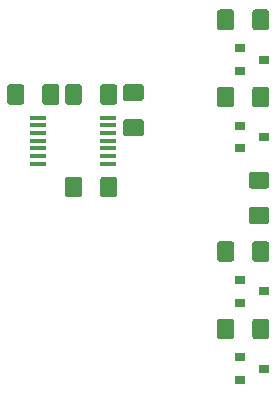
<source format=gbr>
G04 #@! TF.GenerationSoftware,KiCad,Pcbnew,5.1.4*
G04 #@! TF.CreationDate,2019-08-25T18:27:55-04:00*
G04 #@! TF.ProjectId,oven,6f76656e-2e6b-4696-9361-645f70636258,v02*
G04 #@! TF.SameCoordinates,Original*
G04 #@! TF.FileFunction,Paste,Top*
G04 #@! TF.FilePolarity,Positive*
%FSLAX46Y46*%
G04 Gerber Fmt 4.6, Leading zero omitted, Abs format (unit mm)*
G04 Created by KiCad (PCBNEW 5.1.4) date 2019-08-25 18:27:55*
%MOMM*%
%LPD*%
G04 APERTURE LIST*
%ADD10C,0.100000*%
%ADD11C,1.425000*%
%ADD12R,0.900000X0.800000*%
%ADD13R,1.450000X0.450000*%
G04 APERTURE END LIST*
D10*
G36*
X110869504Y-77696204D02*
G01*
X110893773Y-77699804D01*
X110917571Y-77705765D01*
X110940671Y-77714030D01*
X110962849Y-77724520D01*
X110983893Y-77737133D01*
X111003598Y-77751747D01*
X111021777Y-77768223D01*
X111038253Y-77786402D01*
X111052867Y-77806107D01*
X111065480Y-77827151D01*
X111075970Y-77849329D01*
X111084235Y-77872429D01*
X111090196Y-77896227D01*
X111093796Y-77920496D01*
X111095000Y-77945000D01*
X111095000Y-79195000D01*
X111093796Y-79219504D01*
X111090196Y-79243773D01*
X111084235Y-79267571D01*
X111075970Y-79290671D01*
X111065480Y-79312849D01*
X111052867Y-79333893D01*
X111038253Y-79353598D01*
X111021777Y-79371777D01*
X111003598Y-79388253D01*
X110983893Y-79402867D01*
X110962849Y-79415480D01*
X110940671Y-79425970D01*
X110917571Y-79434235D01*
X110893773Y-79440196D01*
X110869504Y-79443796D01*
X110845000Y-79445000D01*
X109920000Y-79445000D01*
X109895496Y-79443796D01*
X109871227Y-79440196D01*
X109847429Y-79434235D01*
X109824329Y-79425970D01*
X109802151Y-79415480D01*
X109781107Y-79402867D01*
X109761402Y-79388253D01*
X109743223Y-79371777D01*
X109726747Y-79353598D01*
X109712133Y-79333893D01*
X109699520Y-79312849D01*
X109689030Y-79290671D01*
X109680765Y-79267571D01*
X109674804Y-79243773D01*
X109671204Y-79219504D01*
X109670000Y-79195000D01*
X109670000Y-77945000D01*
X109671204Y-77920496D01*
X109674804Y-77896227D01*
X109680765Y-77872429D01*
X109689030Y-77849329D01*
X109699520Y-77827151D01*
X109712133Y-77806107D01*
X109726747Y-77786402D01*
X109743223Y-77768223D01*
X109761402Y-77751747D01*
X109781107Y-77737133D01*
X109802151Y-77724520D01*
X109824329Y-77714030D01*
X109847429Y-77705765D01*
X109871227Y-77699804D01*
X109895496Y-77696204D01*
X109920000Y-77695000D01*
X110845000Y-77695000D01*
X110869504Y-77696204D01*
X110869504Y-77696204D01*
G37*
D11*
X110382500Y-78570000D03*
D10*
G36*
X113844504Y-77696204D02*
G01*
X113868773Y-77699804D01*
X113892571Y-77705765D01*
X113915671Y-77714030D01*
X113937849Y-77724520D01*
X113958893Y-77737133D01*
X113978598Y-77751747D01*
X113996777Y-77768223D01*
X114013253Y-77786402D01*
X114027867Y-77806107D01*
X114040480Y-77827151D01*
X114050970Y-77849329D01*
X114059235Y-77872429D01*
X114065196Y-77896227D01*
X114068796Y-77920496D01*
X114070000Y-77945000D01*
X114070000Y-79195000D01*
X114068796Y-79219504D01*
X114065196Y-79243773D01*
X114059235Y-79267571D01*
X114050970Y-79290671D01*
X114040480Y-79312849D01*
X114027867Y-79333893D01*
X114013253Y-79353598D01*
X113996777Y-79371777D01*
X113978598Y-79388253D01*
X113958893Y-79402867D01*
X113937849Y-79415480D01*
X113915671Y-79425970D01*
X113892571Y-79434235D01*
X113868773Y-79440196D01*
X113844504Y-79443796D01*
X113820000Y-79445000D01*
X112895000Y-79445000D01*
X112870496Y-79443796D01*
X112846227Y-79440196D01*
X112822429Y-79434235D01*
X112799329Y-79425970D01*
X112777151Y-79415480D01*
X112756107Y-79402867D01*
X112736402Y-79388253D01*
X112718223Y-79371777D01*
X112701747Y-79353598D01*
X112687133Y-79333893D01*
X112674520Y-79312849D01*
X112664030Y-79290671D01*
X112655765Y-79267571D01*
X112649804Y-79243773D01*
X112646204Y-79219504D01*
X112645000Y-79195000D01*
X112645000Y-77945000D01*
X112646204Y-77920496D01*
X112649804Y-77896227D01*
X112655765Y-77872429D01*
X112664030Y-77849329D01*
X112674520Y-77827151D01*
X112687133Y-77806107D01*
X112701747Y-77786402D01*
X112718223Y-77768223D01*
X112736402Y-77751747D01*
X112756107Y-77737133D01*
X112777151Y-77724520D01*
X112799329Y-77714030D01*
X112822429Y-77705765D01*
X112846227Y-77699804D01*
X112870496Y-77696204D01*
X112895000Y-77695000D01*
X113820000Y-77695000D01*
X113844504Y-77696204D01*
X113844504Y-77696204D01*
G37*
D11*
X113357500Y-78570000D03*
D10*
G36*
X126729504Y-85121204D02*
G01*
X126753773Y-85124804D01*
X126777571Y-85130765D01*
X126800671Y-85139030D01*
X126822849Y-85149520D01*
X126843893Y-85162133D01*
X126863598Y-85176747D01*
X126881777Y-85193223D01*
X126898253Y-85211402D01*
X126912867Y-85231107D01*
X126925480Y-85252151D01*
X126935970Y-85274329D01*
X126944235Y-85297429D01*
X126950196Y-85321227D01*
X126953796Y-85345496D01*
X126955000Y-85370000D01*
X126955000Y-86295000D01*
X126953796Y-86319504D01*
X126950196Y-86343773D01*
X126944235Y-86367571D01*
X126935970Y-86390671D01*
X126925480Y-86412849D01*
X126912867Y-86433893D01*
X126898253Y-86453598D01*
X126881777Y-86471777D01*
X126863598Y-86488253D01*
X126843893Y-86502867D01*
X126822849Y-86515480D01*
X126800671Y-86525970D01*
X126777571Y-86534235D01*
X126753773Y-86540196D01*
X126729504Y-86543796D01*
X126705000Y-86545000D01*
X125455000Y-86545000D01*
X125430496Y-86543796D01*
X125406227Y-86540196D01*
X125382429Y-86534235D01*
X125359329Y-86525970D01*
X125337151Y-86515480D01*
X125316107Y-86502867D01*
X125296402Y-86488253D01*
X125278223Y-86471777D01*
X125261747Y-86453598D01*
X125247133Y-86433893D01*
X125234520Y-86412849D01*
X125224030Y-86390671D01*
X125215765Y-86367571D01*
X125209804Y-86343773D01*
X125206204Y-86319504D01*
X125205000Y-86295000D01*
X125205000Y-85370000D01*
X125206204Y-85345496D01*
X125209804Y-85321227D01*
X125215765Y-85297429D01*
X125224030Y-85274329D01*
X125234520Y-85252151D01*
X125247133Y-85231107D01*
X125261747Y-85211402D01*
X125278223Y-85193223D01*
X125296402Y-85176747D01*
X125316107Y-85162133D01*
X125337151Y-85149520D01*
X125359329Y-85139030D01*
X125382429Y-85130765D01*
X125406227Y-85124804D01*
X125430496Y-85121204D01*
X125455000Y-85120000D01*
X126705000Y-85120000D01*
X126729504Y-85121204D01*
X126729504Y-85121204D01*
G37*
D11*
X126080000Y-85832500D03*
D10*
G36*
X126729504Y-88096204D02*
G01*
X126753773Y-88099804D01*
X126777571Y-88105765D01*
X126800671Y-88114030D01*
X126822849Y-88124520D01*
X126843893Y-88137133D01*
X126863598Y-88151747D01*
X126881777Y-88168223D01*
X126898253Y-88186402D01*
X126912867Y-88206107D01*
X126925480Y-88227151D01*
X126935970Y-88249329D01*
X126944235Y-88272429D01*
X126950196Y-88296227D01*
X126953796Y-88320496D01*
X126955000Y-88345000D01*
X126955000Y-89270000D01*
X126953796Y-89294504D01*
X126950196Y-89318773D01*
X126944235Y-89342571D01*
X126935970Y-89365671D01*
X126925480Y-89387849D01*
X126912867Y-89408893D01*
X126898253Y-89428598D01*
X126881777Y-89446777D01*
X126863598Y-89463253D01*
X126843893Y-89477867D01*
X126822849Y-89490480D01*
X126800671Y-89500970D01*
X126777571Y-89509235D01*
X126753773Y-89515196D01*
X126729504Y-89518796D01*
X126705000Y-89520000D01*
X125455000Y-89520000D01*
X125430496Y-89518796D01*
X125406227Y-89515196D01*
X125382429Y-89509235D01*
X125359329Y-89500970D01*
X125337151Y-89490480D01*
X125316107Y-89477867D01*
X125296402Y-89463253D01*
X125278223Y-89446777D01*
X125261747Y-89428598D01*
X125247133Y-89408893D01*
X125234520Y-89387849D01*
X125224030Y-89365671D01*
X125215765Y-89342571D01*
X125209804Y-89318773D01*
X125206204Y-89294504D01*
X125205000Y-89270000D01*
X125205000Y-88345000D01*
X125206204Y-88320496D01*
X125209804Y-88296227D01*
X125215765Y-88272429D01*
X125224030Y-88249329D01*
X125234520Y-88227151D01*
X125247133Y-88206107D01*
X125261747Y-88186402D01*
X125278223Y-88168223D01*
X125296402Y-88151747D01*
X125316107Y-88137133D01*
X125337151Y-88124520D01*
X125359329Y-88114030D01*
X125382429Y-88105765D01*
X125406227Y-88099804D01*
X125430496Y-88096204D01*
X125455000Y-88095000D01*
X126705000Y-88095000D01*
X126729504Y-88096204D01*
X126729504Y-88096204D01*
G37*
D11*
X126080000Y-88807500D03*
D10*
G36*
X110879504Y-85536204D02*
G01*
X110903773Y-85539804D01*
X110927571Y-85545765D01*
X110950671Y-85554030D01*
X110972849Y-85564520D01*
X110993893Y-85577133D01*
X111013598Y-85591747D01*
X111031777Y-85608223D01*
X111048253Y-85626402D01*
X111062867Y-85646107D01*
X111075480Y-85667151D01*
X111085970Y-85689329D01*
X111094235Y-85712429D01*
X111100196Y-85736227D01*
X111103796Y-85760496D01*
X111105000Y-85785000D01*
X111105000Y-87035000D01*
X111103796Y-87059504D01*
X111100196Y-87083773D01*
X111094235Y-87107571D01*
X111085970Y-87130671D01*
X111075480Y-87152849D01*
X111062867Y-87173893D01*
X111048253Y-87193598D01*
X111031777Y-87211777D01*
X111013598Y-87228253D01*
X110993893Y-87242867D01*
X110972849Y-87255480D01*
X110950671Y-87265970D01*
X110927571Y-87274235D01*
X110903773Y-87280196D01*
X110879504Y-87283796D01*
X110855000Y-87285000D01*
X109930000Y-87285000D01*
X109905496Y-87283796D01*
X109881227Y-87280196D01*
X109857429Y-87274235D01*
X109834329Y-87265970D01*
X109812151Y-87255480D01*
X109791107Y-87242867D01*
X109771402Y-87228253D01*
X109753223Y-87211777D01*
X109736747Y-87193598D01*
X109722133Y-87173893D01*
X109709520Y-87152849D01*
X109699030Y-87130671D01*
X109690765Y-87107571D01*
X109684804Y-87083773D01*
X109681204Y-87059504D01*
X109680000Y-87035000D01*
X109680000Y-85785000D01*
X109681204Y-85760496D01*
X109684804Y-85736227D01*
X109690765Y-85712429D01*
X109699030Y-85689329D01*
X109709520Y-85667151D01*
X109722133Y-85646107D01*
X109736747Y-85626402D01*
X109753223Y-85608223D01*
X109771402Y-85591747D01*
X109791107Y-85577133D01*
X109812151Y-85564520D01*
X109834329Y-85554030D01*
X109857429Y-85545765D01*
X109881227Y-85539804D01*
X109905496Y-85536204D01*
X109930000Y-85535000D01*
X110855000Y-85535000D01*
X110879504Y-85536204D01*
X110879504Y-85536204D01*
G37*
D11*
X110392500Y-86410000D03*
D10*
G36*
X113854504Y-85536204D02*
G01*
X113878773Y-85539804D01*
X113902571Y-85545765D01*
X113925671Y-85554030D01*
X113947849Y-85564520D01*
X113968893Y-85577133D01*
X113988598Y-85591747D01*
X114006777Y-85608223D01*
X114023253Y-85626402D01*
X114037867Y-85646107D01*
X114050480Y-85667151D01*
X114060970Y-85689329D01*
X114069235Y-85712429D01*
X114075196Y-85736227D01*
X114078796Y-85760496D01*
X114080000Y-85785000D01*
X114080000Y-87035000D01*
X114078796Y-87059504D01*
X114075196Y-87083773D01*
X114069235Y-87107571D01*
X114060970Y-87130671D01*
X114050480Y-87152849D01*
X114037867Y-87173893D01*
X114023253Y-87193598D01*
X114006777Y-87211777D01*
X113988598Y-87228253D01*
X113968893Y-87242867D01*
X113947849Y-87255480D01*
X113925671Y-87265970D01*
X113902571Y-87274235D01*
X113878773Y-87280196D01*
X113854504Y-87283796D01*
X113830000Y-87285000D01*
X112905000Y-87285000D01*
X112880496Y-87283796D01*
X112856227Y-87280196D01*
X112832429Y-87274235D01*
X112809329Y-87265970D01*
X112787151Y-87255480D01*
X112766107Y-87242867D01*
X112746402Y-87228253D01*
X112728223Y-87211777D01*
X112711747Y-87193598D01*
X112697133Y-87173893D01*
X112684520Y-87152849D01*
X112674030Y-87130671D01*
X112665765Y-87107571D01*
X112659804Y-87083773D01*
X112656204Y-87059504D01*
X112655000Y-87035000D01*
X112655000Y-85785000D01*
X112656204Y-85760496D01*
X112659804Y-85736227D01*
X112665765Y-85712429D01*
X112674030Y-85689329D01*
X112684520Y-85667151D01*
X112697133Y-85646107D01*
X112711747Y-85626402D01*
X112728223Y-85608223D01*
X112746402Y-85591747D01*
X112766107Y-85577133D01*
X112787151Y-85564520D01*
X112809329Y-85554030D01*
X112832429Y-85545765D01*
X112856227Y-85539804D01*
X112880496Y-85536204D01*
X112905000Y-85535000D01*
X113830000Y-85535000D01*
X113854504Y-85536204D01*
X113854504Y-85536204D01*
G37*
D11*
X113367500Y-86410000D03*
D10*
G36*
X116109504Y-77701204D02*
G01*
X116133773Y-77704804D01*
X116157571Y-77710765D01*
X116180671Y-77719030D01*
X116202849Y-77729520D01*
X116223893Y-77742133D01*
X116243598Y-77756747D01*
X116261777Y-77773223D01*
X116278253Y-77791402D01*
X116292867Y-77811107D01*
X116305480Y-77832151D01*
X116315970Y-77854329D01*
X116324235Y-77877429D01*
X116330196Y-77901227D01*
X116333796Y-77925496D01*
X116335000Y-77950000D01*
X116335000Y-78875000D01*
X116333796Y-78899504D01*
X116330196Y-78923773D01*
X116324235Y-78947571D01*
X116315970Y-78970671D01*
X116305480Y-78992849D01*
X116292867Y-79013893D01*
X116278253Y-79033598D01*
X116261777Y-79051777D01*
X116243598Y-79068253D01*
X116223893Y-79082867D01*
X116202849Y-79095480D01*
X116180671Y-79105970D01*
X116157571Y-79114235D01*
X116133773Y-79120196D01*
X116109504Y-79123796D01*
X116085000Y-79125000D01*
X114835000Y-79125000D01*
X114810496Y-79123796D01*
X114786227Y-79120196D01*
X114762429Y-79114235D01*
X114739329Y-79105970D01*
X114717151Y-79095480D01*
X114696107Y-79082867D01*
X114676402Y-79068253D01*
X114658223Y-79051777D01*
X114641747Y-79033598D01*
X114627133Y-79013893D01*
X114614520Y-78992849D01*
X114604030Y-78970671D01*
X114595765Y-78947571D01*
X114589804Y-78923773D01*
X114586204Y-78899504D01*
X114585000Y-78875000D01*
X114585000Y-77950000D01*
X114586204Y-77925496D01*
X114589804Y-77901227D01*
X114595765Y-77877429D01*
X114604030Y-77854329D01*
X114614520Y-77832151D01*
X114627133Y-77811107D01*
X114641747Y-77791402D01*
X114658223Y-77773223D01*
X114676402Y-77756747D01*
X114696107Y-77742133D01*
X114717151Y-77729520D01*
X114739329Y-77719030D01*
X114762429Y-77710765D01*
X114786227Y-77704804D01*
X114810496Y-77701204D01*
X114835000Y-77700000D01*
X116085000Y-77700000D01*
X116109504Y-77701204D01*
X116109504Y-77701204D01*
G37*
D11*
X115460000Y-78412500D03*
D10*
G36*
X116109504Y-80676204D02*
G01*
X116133773Y-80679804D01*
X116157571Y-80685765D01*
X116180671Y-80694030D01*
X116202849Y-80704520D01*
X116223893Y-80717133D01*
X116243598Y-80731747D01*
X116261777Y-80748223D01*
X116278253Y-80766402D01*
X116292867Y-80786107D01*
X116305480Y-80807151D01*
X116315970Y-80829329D01*
X116324235Y-80852429D01*
X116330196Y-80876227D01*
X116333796Y-80900496D01*
X116335000Y-80925000D01*
X116335000Y-81850000D01*
X116333796Y-81874504D01*
X116330196Y-81898773D01*
X116324235Y-81922571D01*
X116315970Y-81945671D01*
X116305480Y-81967849D01*
X116292867Y-81988893D01*
X116278253Y-82008598D01*
X116261777Y-82026777D01*
X116243598Y-82043253D01*
X116223893Y-82057867D01*
X116202849Y-82070480D01*
X116180671Y-82080970D01*
X116157571Y-82089235D01*
X116133773Y-82095196D01*
X116109504Y-82098796D01*
X116085000Y-82100000D01*
X114835000Y-82100000D01*
X114810496Y-82098796D01*
X114786227Y-82095196D01*
X114762429Y-82089235D01*
X114739329Y-82080970D01*
X114717151Y-82070480D01*
X114696107Y-82057867D01*
X114676402Y-82043253D01*
X114658223Y-82026777D01*
X114641747Y-82008598D01*
X114627133Y-81988893D01*
X114614520Y-81967849D01*
X114604030Y-81945671D01*
X114595765Y-81922571D01*
X114589804Y-81898773D01*
X114586204Y-81874504D01*
X114585000Y-81850000D01*
X114585000Y-80925000D01*
X114586204Y-80900496D01*
X114589804Y-80876227D01*
X114595765Y-80852429D01*
X114604030Y-80829329D01*
X114614520Y-80807151D01*
X114627133Y-80786107D01*
X114641747Y-80766402D01*
X114658223Y-80748223D01*
X114676402Y-80731747D01*
X114696107Y-80717133D01*
X114717151Y-80704520D01*
X114739329Y-80694030D01*
X114762429Y-80685765D01*
X114786227Y-80679804D01*
X114810496Y-80676204D01*
X114835000Y-80675000D01*
X116085000Y-80675000D01*
X116109504Y-80676204D01*
X116109504Y-80676204D01*
G37*
D11*
X115460000Y-81387500D03*
D10*
G36*
X108944504Y-77696204D02*
G01*
X108968773Y-77699804D01*
X108992571Y-77705765D01*
X109015671Y-77714030D01*
X109037849Y-77724520D01*
X109058893Y-77737133D01*
X109078598Y-77751747D01*
X109096777Y-77768223D01*
X109113253Y-77786402D01*
X109127867Y-77806107D01*
X109140480Y-77827151D01*
X109150970Y-77849329D01*
X109159235Y-77872429D01*
X109165196Y-77896227D01*
X109168796Y-77920496D01*
X109170000Y-77945000D01*
X109170000Y-79195000D01*
X109168796Y-79219504D01*
X109165196Y-79243773D01*
X109159235Y-79267571D01*
X109150970Y-79290671D01*
X109140480Y-79312849D01*
X109127867Y-79333893D01*
X109113253Y-79353598D01*
X109096777Y-79371777D01*
X109078598Y-79388253D01*
X109058893Y-79402867D01*
X109037849Y-79415480D01*
X109015671Y-79425970D01*
X108992571Y-79434235D01*
X108968773Y-79440196D01*
X108944504Y-79443796D01*
X108920000Y-79445000D01*
X107995000Y-79445000D01*
X107970496Y-79443796D01*
X107946227Y-79440196D01*
X107922429Y-79434235D01*
X107899329Y-79425970D01*
X107877151Y-79415480D01*
X107856107Y-79402867D01*
X107836402Y-79388253D01*
X107818223Y-79371777D01*
X107801747Y-79353598D01*
X107787133Y-79333893D01*
X107774520Y-79312849D01*
X107764030Y-79290671D01*
X107755765Y-79267571D01*
X107749804Y-79243773D01*
X107746204Y-79219504D01*
X107745000Y-79195000D01*
X107745000Y-77945000D01*
X107746204Y-77920496D01*
X107749804Y-77896227D01*
X107755765Y-77872429D01*
X107764030Y-77849329D01*
X107774520Y-77827151D01*
X107787133Y-77806107D01*
X107801747Y-77786402D01*
X107818223Y-77768223D01*
X107836402Y-77751747D01*
X107856107Y-77737133D01*
X107877151Y-77724520D01*
X107899329Y-77714030D01*
X107922429Y-77705765D01*
X107946227Y-77699804D01*
X107970496Y-77696204D01*
X107995000Y-77695000D01*
X108920000Y-77695000D01*
X108944504Y-77696204D01*
X108944504Y-77696204D01*
G37*
D11*
X108457500Y-78570000D03*
D10*
G36*
X105969504Y-77696204D02*
G01*
X105993773Y-77699804D01*
X106017571Y-77705765D01*
X106040671Y-77714030D01*
X106062849Y-77724520D01*
X106083893Y-77737133D01*
X106103598Y-77751747D01*
X106121777Y-77768223D01*
X106138253Y-77786402D01*
X106152867Y-77806107D01*
X106165480Y-77827151D01*
X106175970Y-77849329D01*
X106184235Y-77872429D01*
X106190196Y-77896227D01*
X106193796Y-77920496D01*
X106195000Y-77945000D01*
X106195000Y-79195000D01*
X106193796Y-79219504D01*
X106190196Y-79243773D01*
X106184235Y-79267571D01*
X106175970Y-79290671D01*
X106165480Y-79312849D01*
X106152867Y-79333893D01*
X106138253Y-79353598D01*
X106121777Y-79371777D01*
X106103598Y-79388253D01*
X106083893Y-79402867D01*
X106062849Y-79415480D01*
X106040671Y-79425970D01*
X106017571Y-79434235D01*
X105993773Y-79440196D01*
X105969504Y-79443796D01*
X105945000Y-79445000D01*
X105020000Y-79445000D01*
X104995496Y-79443796D01*
X104971227Y-79440196D01*
X104947429Y-79434235D01*
X104924329Y-79425970D01*
X104902151Y-79415480D01*
X104881107Y-79402867D01*
X104861402Y-79388253D01*
X104843223Y-79371777D01*
X104826747Y-79353598D01*
X104812133Y-79333893D01*
X104799520Y-79312849D01*
X104789030Y-79290671D01*
X104780765Y-79267571D01*
X104774804Y-79243773D01*
X104771204Y-79219504D01*
X104770000Y-79195000D01*
X104770000Y-77945000D01*
X104771204Y-77920496D01*
X104774804Y-77896227D01*
X104780765Y-77872429D01*
X104789030Y-77849329D01*
X104799520Y-77827151D01*
X104812133Y-77806107D01*
X104826747Y-77786402D01*
X104843223Y-77768223D01*
X104861402Y-77751747D01*
X104881107Y-77737133D01*
X104902151Y-77724520D01*
X104924329Y-77714030D01*
X104947429Y-77705765D01*
X104971227Y-77699804D01*
X104995496Y-77696204D01*
X105020000Y-77695000D01*
X105945000Y-77695000D01*
X105969504Y-77696204D01*
X105969504Y-77696204D01*
G37*
D11*
X105482500Y-78570000D03*
D12*
X124500000Y-74680000D03*
X124500000Y-76580000D03*
X126500000Y-75630000D03*
X126500000Y-82170000D03*
X124500000Y-83120000D03*
X124500000Y-81220000D03*
X124500000Y-94290000D03*
X124500000Y-96190000D03*
X126500000Y-95240000D03*
X126500000Y-101790000D03*
X124500000Y-102740000D03*
X124500000Y-100840000D03*
D10*
G36*
X123749504Y-71376204D02*
G01*
X123773773Y-71379804D01*
X123797571Y-71385765D01*
X123820671Y-71394030D01*
X123842849Y-71404520D01*
X123863893Y-71417133D01*
X123883598Y-71431747D01*
X123901777Y-71448223D01*
X123918253Y-71466402D01*
X123932867Y-71486107D01*
X123945480Y-71507151D01*
X123955970Y-71529329D01*
X123964235Y-71552429D01*
X123970196Y-71576227D01*
X123973796Y-71600496D01*
X123975000Y-71625000D01*
X123975000Y-72875000D01*
X123973796Y-72899504D01*
X123970196Y-72923773D01*
X123964235Y-72947571D01*
X123955970Y-72970671D01*
X123945480Y-72992849D01*
X123932867Y-73013893D01*
X123918253Y-73033598D01*
X123901777Y-73051777D01*
X123883598Y-73068253D01*
X123863893Y-73082867D01*
X123842849Y-73095480D01*
X123820671Y-73105970D01*
X123797571Y-73114235D01*
X123773773Y-73120196D01*
X123749504Y-73123796D01*
X123725000Y-73125000D01*
X122800000Y-73125000D01*
X122775496Y-73123796D01*
X122751227Y-73120196D01*
X122727429Y-73114235D01*
X122704329Y-73105970D01*
X122682151Y-73095480D01*
X122661107Y-73082867D01*
X122641402Y-73068253D01*
X122623223Y-73051777D01*
X122606747Y-73033598D01*
X122592133Y-73013893D01*
X122579520Y-72992849D01*
X122569030Y-72970671D01*
X122560765Y-72947571D01*
X122554804Y-72923773D01*
X122551204Y-72899504D01*
X122550000Y-72875000D01*
X122550000Y-71625000D01*
X122551204Y-71600496D01*
X122554804Y-71576227D01*
X122560765Y-71552429D01*
X122569030Y-71529329D01*
X122579520Y-71507151D01*
X122592133Y-71486107D01*
X122606747Y-71466402D01*
X122623223Y-71448223D01*
X122641402Y-71431747D01*
X122661107Y-71417133D01*
X122682151Y-71404520D01*
X122704329Y-71394030D01*
X122727429Y-71385765D01*
X122751227Y-71379804D01*
X122775496Y-71376204D01*
X122800000Y-71375000D01*
X123725000Y-71375000D01*
X123749504Y-71376204D01*
X123749504Y-71376204D01*
G37*
D11*
X123262500Y-72250000D03*
D10*
G36*
X126724504Y-71376204D02*
G01*
X126748773Y-71379804D01*
X126772571Y-71385765D01*
X126795671Y-71394030D01*
X126817849Y-71404520D01*
X126838893Y-71417133D01*
X126858598Y-71431747D01*
X126876777Y-71448223D01*
X126893253Y-71466402D01*
X126907867Y-71486107D01*
X126920480Y-71507151D01*
X126930970Y-71529329D01*
X126939235Y-71552429D01*
X126945196Y-71576227D01*
X126948796Y-71600496D01*
X126950000Y-71625000D01*
X126950000Y-72875000D01*
X126948796Y-72899504D01*
X126945196Y-72923773D01*
X126939235Y-72947571D01*
X126930970Y-72970671D01*
X126920480Y-72992849D01*
X126907867Y-73013893D01*
X126893253Y-73033598D01*
X126876777Y-73051777D01*
X126858598Y-73068253D01*
X126838893Y-73082867D01*
X126817849Y-73095480D01*
X126795671Y-73105970D01*
X126772571Y-73114235D01*
X126748773Y-73120196D01*
X126724504Y-73123796D01*
X126700000Y-73125000D01*
X125775000Y-73125000D01*
X125750496Y-73123796D01*
X125726227Y-73120196D01*
X125702429Y-73114235D01*
X125679329Y-73105970D01*
X125657151Y-73095480D01*
X125636107Y-73082867D01*
X125616402Y-73068253D01*
X125598223Y-73051777D01*
X125581747Y-73033598D01*
X125567133Y-73013893D01*
X125554520Y-72992849D01*
X125544030Y-72970671D01*
X125535765Y-72947571D01*
X125529804Y-72923773D01*
X125526204Y-72899504D01*
X125525000Y-72875000D01*
X125525000Y-71625000D01*
X125526204Y-71600496D01*
X125529804Y-71576227D01*
X125535765Y-71552429D01*
X125544030Y-71529329D01*
X125554520Y-71507151D01*
X125567133Y-71486107D01*
X125581747Y-71466402D01*
X125598223Y-71448223D01*
X125616402Y-71431747D01*
X125636107Y-71417133D01*
X125657151Y-71404520D01*
X125679329Y-71394030D01*
X125702429Y-71385765D01*
X125726227Y-71379804D01*
X125750496Y-71376204D01*
X125775000Y-71375000D01*
X126700000Y-71375000D01*
X126724504Y-71376204D01*
X126724504Y-71376204D01*
G37*
D11*
X126237500Y-72250000D03*
D10*
G36*
X126724504Y-77916204D02*
G01*
X126748773Y-77919804D01*
X126772571Y-77925765D01*
X126795671Y-77934030D01*
X126817849Y-77944520D01*
X126838893Y-77957133D01*
X126858598Y-77971747D01*
X126876777Y-77988223D01*
X126893253Y-78006402D01*
X126907867Y-78026107D01*
X126920480Y-78047151D01*
X126930970Y-78069329D01*
X126939235Y-78092429D01*
X126945196Y-78116227D01*
X126948796Y-78140496D01*
X126950000Y-78165000D01*
X126950000Y-79415000D01*
X126948796Y-79439504D01*
X126945196Y-79463773D01*
X126939235Y-79487571D01*
X126930970Y-79510671D01*
X126920480Y-79532849D01*
X126907867Y-79553893D01*
X126893253Y-79573598D01*
X126876777Y-79591777D01*
X126858598Y-79608253D01*
X126838893Y-79622867D01*
X126817849Y-79635480D01*
X126795671Y-79645970D01*
X126772571Y-79654235D01*
X126748773Y-79660196D01*
X126724504Y-79663796D01*
X126700000Y-79665000D01*
X125775000Y-79665000D01*
X125750496Y-79663796D01*
X125726227Y-79660196D01*
X125702429Y-79654235D01*
X125679329Y-79645970D01*
X125657151Y-79635480D01*
X125636107Y-79622867D01*
X125616402Y-79608253D01*
X125598223Y-79591777D01*
X125581747Y-79573598D01*
X125567133Y-79553893D01*
X125554520Y-79532849D01*
X125544030Y-79510671D01*
X125535765Y-79487571D01*
X125529804Y-79463773D01*
X125526204Y-79439504D01*
X125525000Y-79415000D01*
X125525000Y-78165000D01*
X125526204Y-78140496D01*
X125529804Y-78116227D01*
X125535765Y-78092429D01*
X125544030Y-78069329D01*
X125554520Y-78047151D01*
X125567133Y-78026107D01*
X125581747Y-78006402D01*
X125598223Y-77988223D01*
X125616402Y-77971747D01*
X125636107Y-77957133D01*
X125657151Y-77944520D01*
X125679329Y-77934030D01*
X125702429Y-77925765D01*
X125726227Y-77919804D01*
X125750496Y-77916204D01*
X125775000Y-77915000D01*
X126700000Y-77915000D01*
X126724504Y-77916204D01*
X126724504Y-77916204D01*
G37*
D11*
X126237500Y-78790000D03*
D10*
G36*
X123749504Y-77916204D02*
G01*
X123773773Y-77919804D01*
X123797571Y-77925765D01*
X123820671Y-77934030D01*
X123842849Y-77944520D01*
X123863893Y-77957133D01*
X123883598Y-77971747D01*
X123901777Y-77988223D01*
X123918253Y-78006402D01*
X123932867Y-78026107D01*
X123945480Y-78047151D01*
X123955970Y-78069329D01*
X123964235Y-78092429D01*
X123970196Y-78116227D01*
X123973796Y-78140496D01*
X123975000Y-78165000D01*
X123975000Y-79415000D01*
X123973796Y-79439504D01*
X123970196Y-79463773D01*
X123964235Y-79487571D01*
X123955970Y-79510671D01*
X123945480Y-79532849D01*
X123932867Y-79553893D01*
X123918253Y-79573598D01*
X123901777Y-79591777D01*
X123883598Y-79608253D01*
X123863893Y-79622867D01*
X123842849Y-79635480D01*
X123820671Y-79645970D01*
X123797571Y-79654235D01*
X123773773Y-79660196D01*
X123749504Y-79663796D01*
X123725000Y-79665000D01*
X122800000Y-79665000D01*
X122775496Y-79663796D01*
X122751227Y-79660196D01*
X122727429Y-79654235D01*
X122704329Y-79645970D01*
X122682151Y-79635480D01*
X122661107Y-79622867D01*
X122641402Y-79608253D01*
X122623223Y-79591777D01*
X122606747Y-79573598D01*
X122592133Y-79553893D01*
X122579520Y-79532849D01*
X122569030Y-79510671D01*
X122560765Y-79487571D01*
X122554804Y-79463773D01*
X122551204Y-79439504D01*
X122550000Y-79415000D01*
X122550000Y-78165000D01*
X122551204Y-78140496D01*
X122554804Y-78116227D01*
X122560765Y-78092429D01*
X122569030Y-78069329D01*
X122579520Y-78047151D01*
X122592133Y-78026107D01*
X122606747Y-78006402D01*
X122623223Y-77988223D01*
X122641402Y-77971747D01*
X122661107Y-77957133D01*
X122682151Y-77944520D01*
X122704329Y-77934030D01*
X122727429Y-77925765D01*
X122751227Y-77919804D01*
X122775496Y-77916204D01*
X122800000Y-77915000D01*
X123725000Y-77915000D01*
X123749504Y-77916204D01*
X123749504Y-77916204D01*
G37*
D11*
X123262500Y-78790000D03*
D10*
G36*
X123749504Y-90996204D02*
G01*
X123773773Y-90999804D01*
X123797571Y-91005765D01*
X123820671Y-91014030D01*
X123842849Y-91024520D01*
X123863893Y-91037133D01*
X123883598Y-91051747D01*
X123901777Y-91068223D01*
X123918253Y-91086402D01*
X123932867Y-91106107D01*
X123945480Y-91127151D01*
X123955970Y-91149329D01*
X123964235Y-91172429D01*
X123970196Y-91196227D01*
X123973796Y-91220496D01*
X123975000Y-91245000D01*
X123975000Y-92495000D01*
X123973796Y-92519504D01*
X123970196Y-92543773D01*
X123964235Y-92567571D01*
X123955970Y-92590671D01*
X123945480Y-92612849D01*
X123932867Y-92633893D01*
X123918253Y-92653598D01*
X123901777Y-92671777D01*
X123883598Y-92688253D01*
X123863893Y-92702867D01*
X123842849Y-92715480D01*
X123820671Y-92725970D01*
X123797571Y-92734235D01*
X123773773Y-92740196D01*
X123749504Y-92743796D01*
X123725000Y-92745000D01*
X122800000Y-92745000D01*
X122775496Y-92743796D01*
X122751227Y-92740196D01*
X122727429Y-92734235D01*
X122704329Y-92725970D01*
X122682151Y-92715480D01*
X122661107Y-92702867D01*
X122641402Y-92688253D01*
X122623223Y-92671777D01*
X122606747Y-92653598D01*
X122592133Y-92633893D01*
X122579520Y-92612849D01*
X122569030Y-92590671D01*
X122560765Y-92567571D01*
X122554804Y-92543773D01*
X122551204Y-92519504D01*
X122550000Y-92495000D01*
X122550000Y-91245000D01*
X122551204Y-91220496D01*
X122554804Y-91196227D01*
X122560765Y-91172429D01*
X122569030Y-91149329D01*
X122579520Y-91127151D01*
X122592133Y-91106107D01*
X122606747Y-91086402D01*
X122623223Y-91068223D01*
X122641402Y-91051747D01*
X122661107Y-91037133D01*
X122682151Y-91024520D01*
X122704329Y-91014030D01*
X122727429Y-91005765D01*
X122751227Y-90999804D01*
X122775496Y-90996204D01*
X122800000Y-90995000D01*
X123725000Y-90995000D01*
X123749504Y-90996204D01*
X123749504Y-90996204D01*
G37*
D11*
X123262500Y-91870000D03*
D10*
G36*
X126724504Y-90996204D02*
G01*
X126748773Y-90999804D01*
X126772571Y-91005765D01*
X126795671Y-91014030D01*
X126817849Y-91024520D01*
X126838893Y-91037133D01*
X126858598Y-91051747D01*
X126876777Y-91068223D01*
X126893253Y-91086402D01*
X126907867Y-91106107D01*
X126920480Y-91127151D01*
X126930970Y-91149329D01*
X126939235Y-91172429D01*
X126945196Y-91196227D01*
X126948796Y-91220496D01*
X126950000Y-91245000D01*
X126950000Y-92495000D01*
X126948796Y-92519504D01*
X126945196Y-92543773D01*
X126939235Y-92567571D01*
X126930970Y-92590671D01*
X126920480Y-92612849D01*
X126907867Y-92633893D01*
X126893253Y-92653598D01*
X126876777Y-92671777D01*
X126858598Y-92688253D01*
X126838893Y-92702867D01*
X126817849Y-92715480D01*
X126795671Y-92725970D01*
X126772571Y-92734235D01*
X126748773Y-92740196D01*
X126724504Y-92743796D01*
X126700000Y-92745000D01*
X125775000Y-92745000D01*
X125750496Y-92743796D01*
X125726227Y-92740196D01*
X125702429Y-92734235D01*
X125679329Y-92725970D01*
X125657151Y-92715480D01*
X125636107Y-92702867D01*
X125616402Y-92688253D01*
X125598223Y-92671777D01*
X125581747Y-92653598D01*
X125567133Y-92633893D01*
X125554520Y-92612849D01*
X125544030Y-92590671D01*
X125535765Y-92567571D01*
X125529804Y-92543773D01*
X125526204Y-92519504D01*
X125525000Y-92495000D01*
X125525000Y-91245000D01*
X125526204Y-91220496D01*
X125529804Y-91196227D01*
X125535765Y-91172429D01*
X125544030Y-91149329D01*
X125554520Y-91127151D01*
X125567133Y-91106107D01*
X125581747Y-91086402D01*
X125598223Y-91068223D01*
X125616402Y-91051747D01*
X125636107Y-91037133D01*
X125657151Y-91024520D01*
X125679329Y-91014030D01*
X125702429Y-91005765D01*
X125726227Y-90999804D01*
X125750496Y-90996204D01*
X125775000Y-90995000D01*
X126700000Y-90995000D01*
X126724504Y-90996204D01*
X126724504Y-90996204D01*
G37*
D11*
X126237500Y-91870000D03*
D10*
G36*
X126724504Y-97546204D02*
G01*
X126748773Y-97549804D01*
X126772571Y-97555765D01*
X126795671Y-97564030D01*
X126817849Y-97574520D01*
X126838893Y-97587133D01*
X126858598Y-97601747D01*
X126876777Y-97618223D01*
X126893253Y-97636402D01*
X126907867Y-97656107D01*
X126920480Y-97677151D01*
X126930970Y-97699329D01*
X126939235Y-97722429D01*
X126945196Y-97746227D01*
X126948796Y-97770496D01*
X126950000Y-97795000D01*
X126950000Y-99045000D01*
X126948796Y-99069504D01*
X126945196Y-99093773D01*
X126939235Y-99117571D01*
X126930970Y-99140671D01*
X126920480Y-99162849D01*
X126907867Y-99183893D01*
X126893253Y-99203598D01*
X126876777Y-99221777D01*
X126858598Y-99238253D01*
X126838893Y-99252867D01*
X126817849Y-99265480D01*
X126795671Y-99275970D01*
X126772571Y-99284235D01*
X126748773Y-99290196D01*
X126724504Y-99293796D01*
X126700000Y-99295000D01*
X125775000Y-99295000D01*
X125750496Y-99293796D01*
X125726227Y-99290196D01*
X125702429Y-99284235D01*
X125679329Y-99275970D01*
X125657151Y-99265480D01*
X125636107Y-99252867D01*
X125616402Y-99238253D01*
X125598223Y-99221777D01*
X125581747Y-99203598D01*
X125567133Y-99183893D01*
X125554520Y-99162849D01*
X125544030Y-99140671D01*
X125535765Y-99117571D01*
X125529804Y-99093773D01*
X125526204Y-99069504D01*
X125525000Y-99045000D01*
X125525000Y-97795000D01*
X125526204Y-97770496D01*
X125529804Y-97746227D01*
X125535765Y-97722429D01*
X125544030Y-97699329D01*
X125554520Y-97677151D01*
X125567133Y-97656107D01*
X125581747Y-97636402D01*
X125598223Y-97618223D01*
X125616402Y-97601747D01*
X125636107Y-97587133D01*
X125657151Y-97574520D01*
X125679329Y-97564030D01*
X125702429Y-97555765D01*
X125726227Y-97549804D01*
X125750496Y-97546204D01*
X125775000Y-97545000D01*
X126700000Y-97545000D01*
X126724504Y-97546204D01*
X126724504Y-97546204D01*
G37*
D11*
X126237500Y-98420000D03*
D10*
G36*
X123749504Y-97546204D02*
G01*
X123773773Y-97549804D01*
X123797571Y-97555765D01*
X123820671Y-97564030D01*
X123842849Y-97574520D01*
X123863893Y-97587133D01*
X123883598Y-97601747D01*
X123901777Y-97618223D01*
X123918253Y-97636402D01*
X123932867Y-97656107D01*
X123945480Y-97677151D01*
X123955970Y-97699329D01*
X123964235Y-97722429D01*
X123970196Y-97746227D01*
X123973796Y-97770496D01*
X123975000Y-97795000D01*
X123975000Y-99045000D01*
X123973796Y-99069504D01*
X123970196Y-99093773D01*
X123964235Y-99117571D01*
X123955970Y-99140671D01*
X123945480Y-99162849D01*
X123932867Y-99183893D01*
X123918253Y-99203598D01*
X123901777Y-99221777D01*
X123883598Y-99238253D01*
X123863893Y-99252867D01*
X123842849Y-99265480D01*
X123820671Y-99275970D01*
X123797571Y-99284235D01*
X123773773Y-99290196D01*
X123749504Y-99293796D01*
X123725000Y-99295000D01*
X122800000Y-99295000D01*
X122775496Y-99293796D01*
X122751227Y-99290196D01*
X122727429Y-99284235D01*
X122704329Y-99275970D01*
X122682151Y-99265480D01*
X122661107Y-99252867D01*
X122641402Y-99238253D01*
X122623223Y-99221777D01*
X122606747Y-99203598D01*
X122592133Y-99183893D01*
X122579520Y-99162849D01*
X122569030Y-99140671D01*
X122560765Y-99117571D01*
X122554804Y-99093773D01*
X122551204Y-99069504D01*
X122550000Y-99045000D01*
X122550000Y-97795000D01*
X122551204Y-97770496D01*
X122554804Y-97746227D01*
X122560765Y-97722429D01*
X122569030Y-97699329D01*
X122579520Y-97677151D01*
X122592133Y-97656107D01*
X122606747Y-97636402D01*
X122623223Y-97618223D01*
X122641402Y-97601747D01*
X122661107Y-97587133D01*
X122682151Y-97574520D01*
X122704329Y-97564030D01*
X122727429Y-97555765D01*
X122751227Y-97549804D01*
X122775496Y-97546204D01*
X122800000Y-97545000D01*
X123725000Y-97545000D01*
X123749504Y-97546204D01*
X123749504Y-97546204D01*
G37*
D11*
X123262500Y-98420000D03*
D13*
X113320000Y-84440000D03*
X113320000Y-83790000D03*
X113320000Y-83140000D03*
X113320000Y-82490000D03*
X113320000Y-81840000D03*
X113320000Y-81190000D03*
X113320000Y-80540000D03*
X107420000Y-80540000D03*
X107420000Y-81190000D03*
X107420000Y-81840000D03*
X107420000Y-82490000D03*
X107420000Y-83140000D03*
X107420000Y-83790000D03*
X107420000Y-84440000D03*
M02*

</source>
